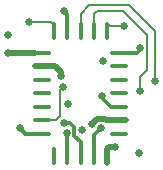
<source format=gbr>
%TF.GenerationSoftware,KiCad,Pcbnew,7.0.6*%
%TF.CreationDate,2024-06-20T12:42:18-04:00*%
%TF.ProjectId,ActiveImpactor_Encoder_Celera,41637469-7665-4496-9d70-6163746f725f,rev?*%
%TF.SameCoordinates,Original*%
%TF.FileFunction,Copper,L4,Bot*%
%TF.FilePolarity,Positive*%
%FSLAX46Y46*%
G04 Gerber Fmt 4.6, Leading zero omitted, Abs format (unit mm)*
G04 Created by KiCad (PCBNEW 7.0.6) date 2024-06-20 12:42:18*
%MOMM*%
%LPD*%
G01*
G04 APERTURE LIST*
%TA.AperFunction,ViaPad*%
%ADD10C,0.650000*%
%TD*%
%TA.AperFunction,Conductor*%
%ADD11C,0.300000*%
%TD*%
%TA.AperFunction,Conductor*%
%ADD12C,0.200000*%
%TD*%
%TA.AperFunction,Conductor*%
%ADD13C,0.500000*%
%TD*%
G04 APERTURE END LIST*
D10*
%TO.N,Net-(D101-K)*%
X-5600000Y-1300000D03*
%TO.N,GND*%
X1451289Y4365147D03*
%TO.N,A+*%
X5900000Y2700000D03*
%TO.N,A-*%
X4604502Y1800000D03*
%TO.N,IW-*%
X4600000Y5500000D03*
%TO.N,IW+*%
X3250000Y7300000D03*
%TO.N,B+*%
X-4800000Y7700000D03*
%TO.N,B-*%
X-1800000Y8600000D03*
%TO.N,Net-(U101-+5VD)*%
X-6592955Y5048341D03*
%TO.N,GND*%
X-2100000Y3100000D03*
X-1500000Y700000D03*
X-6600000Y6600000D03*
%TO.N,Net-(U101-CP+)*%
X1362180Y1370023D03*
%TO.N,Net-(D101-A)*%
X-1870888Y-887165D03*
%TO.N,+5V*%
X519184Y-965365D03*
%TO.N,Net-(U101-S+)*%
X-1949124Y2134051D03*
%TO.N,Net-(U101-DC2)*%
X1300000Y-1300000D03*
%TO.N,GND*%
X2500000Y-2900000D03*
X4500000Y-3400000D03*
X-274500Y-1499500D03*
%TO.N,Net-(U101-DC1)*%
X-1624000Y-1700000D03*
%TD*%
D11*
%TO.N,Net-(D101-K)*%
X-5105000Y-1795000D02*
X-5600000Y-1300000D01*
X-4315000Y-1795000D02*
X-5105000Y-1795000D01*
D12*
%TO.N,A-*%
X705000Y8350000D02*
X705000Y7515000D01*
X3200000Y8600000D02*
X955000Y8600000D01*
X955000Y8600000D02*
X705000Y8350000D01*
X5225000Y6575000D02*
X3200000Y8600000D01*
X4604502Y1800000D02*
X4604502Y3004502D01*
X4604502Y3004502D02*
X5225000Y3625000D01*
X5225000Y3625000D02*
X5225000Y6575000D01*
%TO.N,A+*%
X300000Y9100000D02*
X-435000Y8365000D01*
X3700000Y9100000D02*
X300000Y9100000D01*
X5900000Y6900000D02*
X3700000Y9100000D01*
X5900000Y2700000D02*
X5900000Y6900000D01*
X-435000Y8365000D02*
X-435000Y7515000D01*
%TO.N,IW+*%
X2060000Y7300000D02*
X1845000Y7515000D01*
X3250000Y7300000D02*
X2060000Y7300000D01*
D11*
%TO.N,IW-*%
X4600000Y5300000D02*
X4600000Y5500000D01*
X3445000Y5045000D02*
X4345000Y5045000D01*
X4345000Y5045000D02*
X4600000Y5300000D01*
D12*
%TO.N,B+*%
X-2900000Y7700000D02*
X-2715000Y7515000D01*
X-4800000Y7700000D02*
X-2900000Y7700000D01*
D11*
%TO.N,B-*%
X-1575000Y8375000D02*
X-1575000Y7515000D01*
X-1800000Y8600000D02*
X-1575000Y8375000D01*
D13*
%TO.N,Net-(U101-+5VD)*%
X-6589614Y5045000D02*
X-6592955Y5048341D01*
X-4315000Y5045000D02*
X-6589614Y5045000D01*
%TO.N,GND*%
X-2100000Y3400000D02*
X-2100000Y3100000D01*
X-2605000Y3905000D02*
X-2100000Y3400000D01*
X-3100000Y3905000D02*
X-2605000Y3905000D01*
D12*
%TO.N,Net-(U101-S+)*%
X-2555000Y-655000D02*
X-3100000Y-655000D01*
X-2200000Y-300000D02*
X-2555000Y-655000D01*
X-2200000Y1883175D02*
X-2200000Y-300000D01*
X-1949124Y2134051D02*
X-2200000Y1883175D01*
D11*
%TO.N,Net-(U101-CP+)*%
X1362180Y1237820D02*
X2115000Y485000D01*
X1362180Y1370023D02*
X1362180Y1237820D01*
X2115000Y485000D02*
X2230000Y485000D01*
%TO.N,Net-(D101-A)*%
X-1312835Y-887165D02*
X-1870888Y-887165D01*
X-949500Y-1250500D02*
X-1312835Y-887165D01*
X-949500Y-1950500D02*
X-949500Y-1250500D01*
X-435000Y-2465000D02*
X-949500Y-1950500D01*
X-435000Y-3050000D02*
X-435000Y-2465000D01*
%TO.N,Net-(U101-DC1)*%
X-1575000Y-1749000D02*
X-1575000Y-3050000D01*
X-1624000Y-1700000D02*
X-1575000Y-1749000D01*
D13*
%TO.N,+5V*%
X1751016Y-655000D02*
X1621016Y-525000D01*
X2230000Y-655000D02*
X1751016Y-655000D01*
X1621016Y-525000D02*
X959549Y-525000D01*
X959549Y-525000D02*
X519184Y-965365D01*
D11*
%TO.N,Net-(U101-DC2)*%
X705000Y-1895000D02*
X1300000Y-1300000D01*
X705000Y-3050000D02*
X705000Y-1895000D01*
D13*
%TO.N,GND*%
X1995000Y-2900000D02*
X1845000Y-3050000D01*
X2500000Y-2900000D02*
X1995000Y-2900000D01*
D11*
%TO.N,unconnected-(U101-NC-Pad7)*%
X2230000Y-1795000D02*
X3445000Y-1795000D01*
D13*
%TO.N,+5V*%
X2230000Y-655000D02*
X3445000Y-655000D01*
D11*
%TO.N,Net-(U101-CP+)*%
X2230000Y485000D02*
X3445000Y485000D01*
%TO.N,unconnected-(U101-NC-Pad4)*%
X2230000Y1625000D02*
X3445000Y1625000D01*
%TO.N,unconnected-(U101-NC-Pad3)*%
X2230000Y2765000D02*
X3445000Y2765000D01*
%TO.N,unconnected-(U101-GND-Pad2)*%
X2230000Y3905000D02*
X3445000Y3905000D01*
%TO.N,IW-*%
X2230000Y5045000D02*
X3445000Y5045000D01*
%TO.N,IW+*%
X1845000Y6300000D02*
X1845000Y7515000D01*
%TO.N,A-*%
X705000Y6300000D02*
X705000Y7515000D01*
%TO.N,A+*%
X-435000Y6300000D02*
X-435000Y7515000D01*
%TO.N,B-*%
X-1575000Y6300000D02*
X-1575000Y7515000D01*
%TO.N,B+*%
X-2715000Y6300000D02*
X-2715000Y7515000D01*
%TO.N,Net-(U101-+5VD)*%
X-3100000Y5045000D02*
X-4315000Y5045000D01*
D13*
%TO.N,GND*%
X-3100000Y3905000D02*
X-4315000Y3905000D01*
D11*
%TO.N,unconnected-(U101-NC-Pad17)*%
X-3100000Y2765000D02*
X-4315000Y2765000D01*
%TO.N,unconnected-(U101-NC-Pad16)*%
X-3100000Y1625000D02*
X-4315000Y1625000D01*
%TO.N,unconnected-(U101-NC-Pad15)*%
X-3100000Y485000D02*
X-4315000Y485000D01*
%TO.N,Net-(U101-S+)*%
X-3100000Y-655000D02*
X-4315000Y-655000D01*
%TO.N,Net-(D101-K)*%
X-3100000Y-1795000D02*
X-4315000Y-1795000D01*
%TO.N,unconnected-(U101-NC-Pad12)*%
X-2715000Y-3050000D02*
X-2715000Y-4265000D01*
%TO.N,Net-(U101-DC1)*%
X-1575000Y-3050000D02*
X-1575000Y-4265000D01*
%TO.N,Net-(D101-A)*%
X-435000Y-3050000D02*
X-435000Y-4265000D01*
%TO.N,Net-(U101-DC2)*%
X705000Y-3050000D02*
X705000Y-4265000D01*
D13*
%TO.N,GND*%
X1845000Y-3050000D02*
X1845000Y-4265000D01*
%TD*%
M02*

</source>
